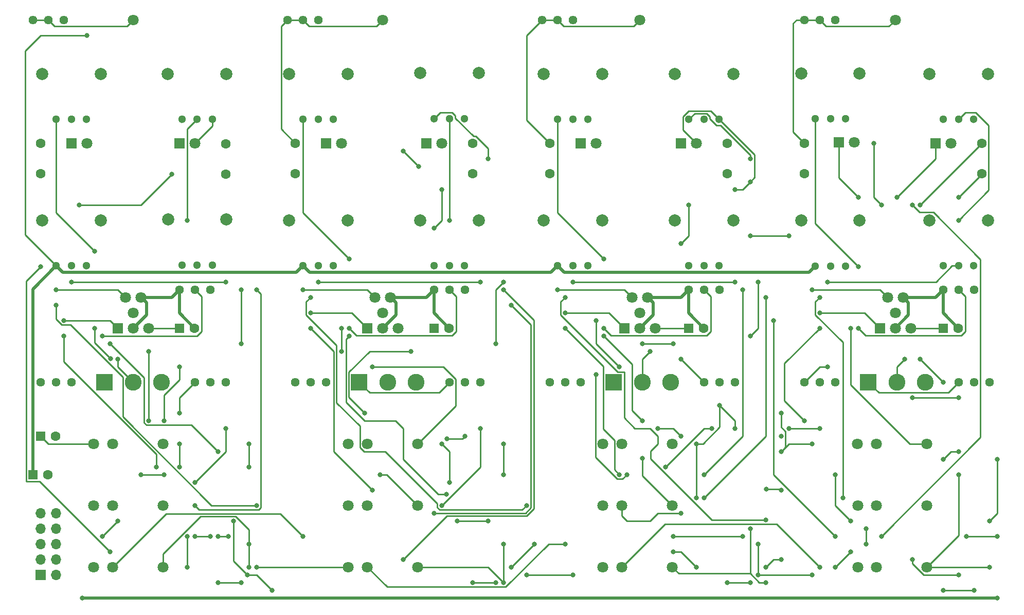
<source format=gtl>
G04 #@! TF.GenerationSoftware,KiCad,Pcbnew,(5.1.6-0-10_14)*
G04 #@! TF.CreationDate,2022-01-03T23:35:25+00:00*
G04 #@! TF.ProjectId,Quad Tube VCA,51756164-2054-4756-9265-205643412e6b,rev?*
G04 #@! TF.SameCoordinates,Original*
G04 #@! TF.FileFunction,Copper,L1,Top*
G04 #@! TF.FilePolarity,Positive*
%FSLAX46Y46*%
G04 Gerber Fmt 4.6, Leading zero omitted, Abs format (unit mm)*
G04 Created by KiCad (PCBNEW (5.1.6-0-10_14)) date 2022-01-03 23:35:25*
%MOMM*%
%LPD*%
G01*
G04 APERTURE LIST*
G04 #@! TA.AperFunction,ComponentPad*
%ADD10C,1.600000*%
G04 #@! TD*
G04 #@! TA.AperFunction,ComponentPad*
%ADD11R,1.600000X1.600000*%
G04 #@! TD*
G04 #@! TA.AperFunction,ComponentPad*
%ADD12C,1.800000*%
G04 #@! TD*
G04 #@! TA.AperFunction,ComponentPad*
%ADD13R,1.800000X1.800000*%
G04 #@! TD*
G04 #@! TA.AperFunction,ComponentPad*
%ADD14C,2.775000*%
G04 #@! TD*
G04 #@! TA.AperFunction,ComponentPad*
%ADD15R,2.775000X2.775000*%
G04 #@! TD*
G04 #@! TA.AperFunction,ComponentPad*
%ADD16C,2.000000*%
G04 #@! TD*
G04 #@! TA.AperFunction,ComponentPad*
%ADD17C,1.300000*%
G04 #@! TD*
G04 #@! TA.AperFunction,ComponentPad*
%ADD18C,1.440000*%
G04 #@! TD*
G04 #@! TA.AperFunction,ComponentPad*
%ADD19O,1.700000X1.700000*%
G04 #@! TD*
G04 #@! TA.AperFunction,ComponentPad*
%ADD20R,1.700000X1.700000*%
G04 #@! TD*
G04 #@! TA.AperFunction,ViaPad*
%ADD21C,0.800000*%
G04 #@! TD*
G04 #@! TA.AperFunction,Conductor*
%ADD22C,0.250000*%
G04 #@! TD*
G04 #@! TA.AperFunction,Conductor*
%ADD23C,0.500000*%
G04 #@! TD*
G04 APERTURE END LIST*
D10*
X220940000Y-99060000D03*
D11*
X218440000Y-99060000D03*
D10*
X179030000Y-99060000D03*
D11*
X176530000Y-99060000D03*
D10*
X137120000Y-99060000D03*
D11*
X134620000Y-99060000D03*
D10*
X95210000Y-99060000D03*
D11*
X92710000Y-99060000D03*
D10*
X72350000Y-116840000D03*
D11*
X69850000Y-116840000D03*
D10*
X71080000Y-123190000D03*
D11*
X68580000Y-123190000D03*
D12*
X126153333Y-48260000D03*
X126153333Y-96520000D03*
X124883333Y-93980000D03*
X127423333Y-93980000D03*
X128693333Y-99060000D03*
X126153333Y-99060000D03*
D13*
X123613333Y-99060000D03*
D12*
X85090000Y-48260000D03*
X85090000Y-96520000D03*
X83820000Y-93980000D03*
X86360000Y-93980000D03*
X87630000Y-99060000D03*
X85090000Y-99060000D03*
D13*
X82550000Y-99060000D03*
D12*
X210550000Y-48260000D03*
X210550000Y-96520000D03*
X209280000Y-93980000D03*
X211820000Y-93980000D03*
X213090000Y-99060000D03*
X210550000Y-99060000D03*
D13*
X208010000Y-99060000D03*
D12*
X168486666Y-48260000D03*
X168486666Y-96520000D03*
X167216666Y-93980000D03*
X169756666Y-93980000D03*
X171026666Y-99060000D03*
X168486666Y-99060000D03*
D13*
X165946666Y-99060000D03*
D14*
X215520000Y-107950000D03*
X210820000Y-107950000D03*
D15*
X206120000Y-107950000D03*
D14*
X173610000Y-107950000D03*
X168910000Y-107950000D03*
D15*
X164210000Y-107950000D03*
D14*
X131700000Y-107950000D03*
X127000000Y-107950000D03*
D15*
X122300000Y-107950000D03*
D14*
X89790000Y-107950000D03*
X85090000Y-107950000D03*
D15*
X80390000Y-107950000D03*
D16*
X204680000Y-57070000D03*
X195080000Y-57070000D03*
D17*
X202380000Y-64570000D03*
X199880000Y-64570000D03*
X197380000Y-64570000D03*
D16*
X162280000Y-57150000D03*
X152680000Y-57150000D03*
D17*
X159980000Y-64650000D03*
X157480000Y-64650000D03*
X154980000Y-64650000D03*
D16*
X120370000Y-57150000D03*
X110770000Y-57150000D03*
D17*
X118070000Y-64650000D03*
X115570000Y-64650000D03*
X113070000Y-64650000D03*
D16*
X79730000Y-57150000D03*
X70130000Y-57150000D03*
D17*
X77430000Y-64650000D03*
X74930000Y-64650000D03*
X72430000Y-64650000D03*
D16*
X204680000Y-81320000D03*
X195080000Y-81320000D03*
D17*
X202380000Y-88820000D03*
X199880000Y-88820000D03*
X197380000Y-88820000D03*
D16*
X162280000Y-81280000D03*
X152680000Y-81280000D03*
D17*
X159980000Y-88780000D03*
X157480000Y-88780000D03*
X154980000Y-88780000D03*
D16*
X120370000Y-81280000D03*
X110770000Y-81280000D03*
D17*
X118070000Y-88780000D03*
X115570000Y-88780000D03*
X113070000Y-88780000D03*
D16*
X79730000Y-81280000D03*
X70130000Y-81280000D03*
D17*
X77430000Y-88780000D03*
X74930000Y-88780000D03*
X72430000Y-88780000D03*
D16*
X225780000Y-57150000D03*
X216180000Y-57150000D03*
D17*
X223480000Y-64650000D03*
X220980000Y-64650000D03*
X218480000Y-64650000D03*
D16*
X183870000Y-57150000D03*
X174270000Y-57150000D03*
D17*
X181570000Y-64650000D03*
X179070000Y-64650000D03*
X176570000Y-64650000D03*
D16*
X141960000Y-57030000D03*
X132360000Y-57030000D03*
D17*
X139660000Y-64530000D03*
X137160000Y-64530000D03*
X134660000Y-64530000D03*
D16*
X100410000Y-57130000D03*
X90810000Y-57130000D03*
D17*
X98110000Y-64630000D03*
X95610000Y-64630000D03*
X93110000Y-64630000D03*
D16*
X225780000Y-81280000D03*
X216180000Y-81280000D03*
D17*
X223480000Y-88780000D03*
X220980000Y-88780000D03*
X218480000Y-88780000D03*
D16*
X183870000Y-81280000D03*
X174270000Y-81280000D03*
D17*
X181570000Y-88780000D03*
X179070000Y-88780000D03*
X176570000Y-88780000D03*
D16*
X141960000Y-81280000D03*
X132360000Y-81280000D03*
D17*
X139660000Y-88780000D03*
X137160000Y-88780000D03*
X134660000Y-88780000D03*
D16*
X100431000Y-81153000D03*
X90831000Y-81153000D03*
D17*
X98131000Y-88653000D03*
X95631000Y-88653000D03*
X93131000Y-88653000D03*
D12*
X215770000Y-138430000D03*
X204370000Y-138430000D03*
X207470000Y-138430000D03*
X173830000Y-138430000D03*
X162430000Y-138430000D03*
X165530000Y-138430000D03*
X131920000Y-138430000D03*
X120520000Y-138430000D03*
X123620000Y-138430000D03*
X90010000Y-138430000D03*
X78610000Y-138430000D03*
X81710000Y-138430000D03*
X215740000Y-118110000D03*
X204340000Y-118110000D03*
X207440000Y-118110000D03*
X173830000Y-118110000D03*
X162430000Y-118110000D03*
X165530000Y-118110000D03*
X131920000Y-118110000D03*
X120520000Y-118110000D03*
X123620000Y-118110000D03*
X90010000Y-118110000D03*
X78610000Y-118110000D03*
X81710000Y-118110000D03*
X215770000Y-128270000D03*
X204370000Y-128270000D03*
X207470000Y-128270000D03*
X173830000Y-128270000D03*
X162430000Y-128270000D03*
X165530000Y-128270000D03*
X131920000Y-128270000D03*
X120520000Y-128270000D03*
X123620000Y-128270000D03*
X90010000Y-128270000D03*
X78610000Y-128270000D03*
X81710000Y-128270000D03*
D18*
X195580000Y-48260000D03*
X198120000Y-48260000D03*
X200660000Y-48260000D03*
X152400000Y-48260000D03*
X154940000Y-48260000D03*
X157480000Y-48260000D03*
X110490000Y-48260000D03*
X113030000Y-48260000D03*
X115570000Y-48260000D03*
X68580000Y-48260000D03*
X71120000Y-48260000D03*
X73660000Y-48260000D03*
X220980000Y-107950000D03*
X223520000Y-107950000D03*
X226060000Y-107950000D03*
X179070000Y-107950000D03*
X181610000Y-107950000D03*
X184150000Y-107950000D03*
X137160000Y-107950000D03*
X139700000Y-107950000D03*
X142240000Y-107950000D03*
X95250000Y-107950000D03*
X97790000Y-107950000D03*
X100330000Y-107950000D03*
X218440000Y-92710000D03*
X220980000Y-92710000D03*
X223520000Y-92710000D03*
X176530000Y-92710000D03*
X179070000Y-92710000D03*
X181610000Y-92710000D03*
X134620000Y-92710000D03*
X137160000Y-92710000D03*
X139700000Y-92710000D03*
X92710000Y-92710000D03*
X95250000Y-92710000D03*
X97790000Y-92710000D03*
X195580000Y-107950000D03*
X198120000Y-107950000D03*
X200660000Y-107950000D03*
X153670000Y-107950000D03*
X156210000Y-107950000D03*
X158750000Y-107950000D03*
X111760000Y-107950000D03*
X114300000Y-107950000D03*
X116840000Y-107950000D03*
X69850000Y-107950000D03*
X72390000Y-107950000D03*
X74930000Y-107950000D03*
D19*
X72390000Y-129540000D03*
X69850000Y-129540000D03*
X72390000Y-132080000D03*
X69850000Y-132080000D03*
X72390000Y-134620000D03*
X69850000Y-134620000D03*
X72390000Y-137160000D03*
X69850000Y-137160000D03*
X72390000Y-139700000D03*
D20*
X69850000Y-139700000D03*
D12*
X219710000Y-68580000D03*
D13*
X217170000Y-68580000D03*
D12*
X203790000Y-68460000D03*
D13*
X201250000Y-68460000D03*
D12*
X177800000Y-68580000D03*
D13*
X175260000Y-68580000D03*
D12*
X161290000Y-68580000D03*
D13*
X158750000Y-68580000D03*
D12*
X135890000Y-68580000D03*
D13*
X133350000Y-68580000D03*
D12*
X119380000Y-68580000D03*
D13*
X116840000Y-68580000D03*
D12*
X95250000Y-68580000D03*
D13*
X92710000Y-68580000D03*
D12*
X77470000Y-68580000D03*
D13*
X74930000Y-68580000D03*
D10*
X224790000Y-73580000D03*
X224790000Y-68580000D03*
X195580000Y-73580000D03*
X195580000Y-68580000D03*
X182880000Y-73580000D03*
X182880000Y-68580000D03*
X153670000Y-73580000D03*
X153670000Y-68580000D03*
X140970000Y-73580000D03*
X140970000Y-68580000D03*
X111760000Y-73580000D03*
X111760000Y-68580000D03*
X100330000Y-68660000D03*
X100330000Y-73660000D03*
X69850000Y-73580000D03*
X69850000Y-68580000D03*
D21*
X93980000Y-133350000D03*
X93980000Y-138430000D03*
X105410000Y-92710000D03*
X95250000Y-128270000D03*
X81280000Y-135890000D03*
X69850000Y-88900000D03*
X76200000Y-78740000D03*
X91440000Y-73660000D03*
X177800000Y-118110000D03*
X181610000Y-111760000D03*
X99060000Y-140970000D03*
X102870000Y-140970000D03*
X105410000Y-138430000D03*
X140970000Y-140970000D03*
X144780000Y-140970000D03*
X147320000Y-138430000D03*
X151130000Y-134620000D03*
X182880000Y-140970000D03*
X186690000Y-140970000D03*
X189230000Y-138430000D03*
X191770000Y-137160000D03*
X223520000Y-142240000D03*
X218440000Y-142240000D03*
X222250000Y-133350000D03*
X227344703Y-133365603D03*
X184150000Y-115570000D03*
X80010000Y-133350000D03*
X82550000Y-130810000D03*
X92710000Y-121920000D03*
X92710000Y-118110000D03*
X104140000Y-118110000D03*
X104140000Y-121920000D03*
X90170000Y-123190000D03*
X86360000Y-123190000D03*
X95250000Y-133350000D03*
X97790000Y-133350000D03*
X136740009Y-117259991D03*
X139700000Y-116840000D03*
X146050000Y-118110000D03*
X146050000Y-123190000D03*
X175260000Y-116840000D03*
X171450000Y-115570000D03*
X177800000Y-127000000D03*
X175260000Y-129540000D03*
X191770000Y-119380000D03*
X196850000Y-118110000D03*
X191770000Y-113030000D03*
X203200000Y-130810000D03*
X200660000Y-123190000D03*
X205740000Y-132080000D03*
X205740000Y-134620000D03*
X218440000Y-120650000D03*
X220980000Y-119380000D03*
X186690000Y-83820000D03*
X193040000Y-83820000D03*
X186690000Y-74930000D03*
X184150000Y-76200000D03*
X208280000Y-78740000D03*
X207010000Y-68580000D03*
X213360000Y-110490000D03*
X220980000Y-110490000D03*
X132080000Y-72390000D03*
X129540000Y-69850000D03*
X227330000Y-143510000D03*
X76682500Y-143510000D03*
X77470000Y-50800000D03*
X107950000Y-142240000D03*
X103897500Y-139700000D03*
X101600000Y-130810000D03*
X81280000Y-101600000D03*
X99060000Y-119380000D03*
X99060000Y-133350000D03*
X100774990Y-133350000D03*
X82550000Y-104140000D03*
X72390000Y-95250000D03*
X105410000Y-128270000D03*
X73660000Y-100330000D03*
X88900000Y-121920000D03*
X95250000Y-124460000D03*
X100330000Y-115570000D03*
X147320000Y-95250000D03*
X134620000Y-129540000D03*
X129540000Y-137160000D03*
X146050000Y-92710000D03*
X149860000Y-139700000D03*
X157480000Y-139700000D03*
X120650000Y-100330000D03*
X136679761Y-126454933D03*
X138430000Y-130810000D03*
X143510000Y-130810000D03*
X134620000Y-82550000D03*
X135890000Y-76200000D03*
X114300000Y-93980000D03*
X149860000Y-128270000D03*
X137160000Y-124460000D03*
X135890000Y-118110000D03*
X114300000Y-99060000D03*
X124460000Y-125730000D03*
X142240000Y-115570000D03*
X135890000Y-128270000D03*
X189230000Y-93980000D03*
X179070000Y-127000000D03*
X177800000Y-138430000D03*
X173990000Y-135890000D03*
X166370000Y-123190000D03*
X161290000Y-106680000D03*
X168910000Y-101600000D03*
X173990000Y-101600000D03*
X175260000Y-85090000D03*
X176530000Y-78740000D03*
X187960000Y-134620000D03*
X187960000Y-139700000D03*
X196850000Y-139700000D03*
X162560000Y-100330000D03*
X168910000Y-114300000D03*
X173990000Y-133350000D03*
X185420000Y-133350000D03*
X170180000Y-102870000D03*
X156210000Y-93980000D03*
X189230000Y-130629999D03*
X189348903Y-125611097D03*
X191770000Y-125730000D03*
X156210000Y-99060000D03*
X165100000Y-123190000D03*
X180340000Y-115570000D03*
X172720000Y-121920000D03*
X203200000Y-135890000D03*
X200660000Y-138430000D03*
X190500000Y-97790000D03*
X200660000Y-133350000D03*
X220980000Y-139700000D03*
X213360000Y-137160000D03*
X208280000Y-133350000D03*
X213360000Y-78740000D03*
X226060000Y-130810000D03*
X227330000Y-120650000D03*
X212090000Y-104140000D03*
X220980000Y-77470000D03*
X214630000Y-78740000D03*
X198120000Y-93980000D03*
X201930000Y-127000000D03*
X198120000Y-99060000D03*
X195580000Y-114300000D03*
X191770000Y-116840000D03*
X193040000Y-115570000D03*
X198120000Y-115570000D03*
X73660000Y-97790000D03*
X114300000Y-96520000D03*
X156210000Y-96520000D03*
X204470000Y-77470000D03*
X210820000Y-77470000D03*
X198120000Y-96520000D03*
X74930000Y-91440000D03*
X100330000Y-91440000D03*
X92710000Y-105410000D03*
X90170000Y-114300000D03*
X115570000Y-91440000D03*
X142240000Y-91440000D03*
X125730000Y-123190000D03*
X157480000Y-91440000D03*
X184150000Y-91440000D03*
X168910000Y-120469999D03*
X199390000Y-91440000D03*
X214630000Y-104140000D03*
X218440000Y-107950000D03*
X87630000Y-114300000D03*
X87630000Y-102870000D03*
X93980000Y-81280000D03*
X102870000Y-101600000D03*
X102870000Y-92710000D03*
X123190000Y-113030000D03*
X130810000Y-102870000D03*
X137160000Y-81280000D03*
X144780000Y-101600000D03*
X146050000Y-91440000D03*
X143510000Y-71120000D03*
X179070000Y-123190000D03*
X185420000Y-92710000D03*
X186690000Y-100330000D03*
X187960000Y-91440000D03*
X186690000Y-71120000D03*
X220980000Y-81280000D03*
X78740000Y-86360000D03*
X78740000Y-99060000D03*
X81347403Y-104072597D03*
X120650000Y-87630000D03*
X119380000Y-99060000D03*
X119380000Y-102870000D03*
X124460000Y-105410000D03*
X162560000Y-87630000D03*
X161290000Y-97790000D03*
X165100000Y-105410000D03*
X204470000Y-88900000D03*
X203200000Y-99060000D03*
X104140000Y-138430000D03*
X104140000Y-134620000D03*
X80010000Y-100330000D03*
X72390000Y-92710000D03*
X146050000Y-134620000D03*
X146050000Y-140970000D03*
X120650000Y-99060000D03*
X113030000Y-92710000D03*
X189230000Y-140970000D03*
X186690000Y-132080000D03*
X162560000Y-99060000D03*
X154940000Y-92710000D03*
X220980000Y-123190000D03*
X226060000Y-138430000D03*
X204470000Y-99060000D03*
X196850000Y-92710000D03*
X113030000Y-133350000D03*
X156210000Y-134620000D03*
X198120000Y-138430000D03*
X92710000Y-113030000D03*
X175260000Y-104140000D03*
X199390000Y-105410000D03*
D22*
X93980000Y-133350000D02*
X93980000Y-138430000D01*
X95975001Y-128995001D02*
X95250000Y-128270000D01*
X105758001Y-128995001D02*
X95975001Y-128995001D01*
X106135001Y-128618001D02*
X105758001Y-128995001D01*
X106135001Y-93435001D02*
X106135001Y-128618001D01*
X105410000Y-92710000D02*
X106135001Y-93435001D01*
X67454999Y-91295001D02*
X69850000Y-88900000D01*
X67454999Y-124250001D02*
X67454999Y-91295001D01*
X67519999Y-124315001D02*
X67454999Y-124250001D01*
X69705001Y-124315001D02*
X67519999Y-124315001D01*
X81280000Y-135890000D02*
X69705001Y-124315001D01*
X86360000Y-78740000D02*
X91440000Y-73660000D01*
X76200000Y-78740000D02*
X86360000Y-78740000D01*
X181610000Y-115373002D02*
X181610000Y-111760000D01*
X178873002Y-118110000D02*
X181610000Y-115373002D01*
X177800000Y-118110000D02*
X178873002Y-118110000D01*
X71120000Y-118110000D02*
X78610000Y-118110000D01*
X69850000Y-116840000D02*
X71120000Y-118110000D01*
X99060000Y-140970000D02*
X102870000Y-140970000D01*
X120520000Y-138430000D02*
X105410000Y-138430000D01*
X140970000Y-140970000D02*
X144780000Y-140970000D01*
X147320000Y-138430000D02*
X151130000Y-134620000D01*
X186690000Y-140970000D02*
X182880000Y-140970000D01*
X190500000Y-137160000D02*
X189230000Y-138430000D01*
X191770000Y-137160000D02*
X190500000Y-137160000D01*
X223520000Y-142240000D02*
X218440000Y-142240000D01*
X227329100Y-133350000D02*
X227344703Y-133365603D01*
X222250000Y-133350000D02*
X227329100Y-133350000D01*
X184150000Y-114300000D02*
X181610000Y-111760000D01*
X184150000Y-115570000D02*
X184150000Y-114300000D01*
X98110000Y-65720000D02*
X95250000Y-68580000D01*
X98110000Y-64630000D02*
X98110000Y-65720000D01*
X82550000Y-130810000D02*
X80010000Y-133350000D01*
X92710000Y-118110000D02*
X92710000Y-121920000D01*
X104140000Y-121920000D02*
X104140000Y-118110000D01*
X86360000Y-123190000D02*
X90170000Y-123190000D01*
X97790000Y-133350000D02*
X95250000Y-133350000D01*
X139280009Y-117259991D02*
X139700000Y-116840000D01*
X136740009Y-117259991D02*
X139280009Y-117259991D01*
X146050000Y-118110000D02*
X146050000Y-123190000D01*
X173990000Y-115570000D02*
X175260000Y-116840000D01*
X171450000Y-115570000D02*
X173990000Y-115570000D01*
X177800000Y-118110000D02*
X177800000Y-127000000D01*
X193040000Y-118110000D02*
X191770000Y-119380000D01*
X196850000Y-118110000D02*
X193040000Y-118110000D01*
X191770000Y-115373002D02*
X191770000Y-113030000D01*
X192495001Y-116098003D02*
X191770000Y-115373002D01*
X192495001Y-118654999D02*
X192495001Y-116098003D01*
X191770000Y-119380000D02*
X192495001Y-118654999D01*
X200660000Y-128270000D02*
X203200000Y-130810000D01*
X200660000Y-123190000D02*
X200660000Y-128270000D01*
X205740000Y-134620000D02*
X205740000Y-132080000D01*
X219710000Y-119380000D02*
X218440000Y-120650000D01*
X220980000Y-119380000D02*
X219710000Y-119380000D01*
X87630000Y-99060000D02*
X92710000Y-99060000D01*
X186690000Y-83820000D02*
X193040000Y-83820000D01*
X176552008Y-63224990D02*
X175594999Y-64181999D01*
X180144990Y-63224990D02*
X176552008Y-63224990D01*
X175594999Y-66374999D02*
X177800000Y-68580000D01*
X175594999Y-64181999D02*
X175594999Y-66374999D01*
X181570000Y-64650000D02*
X180144990Y-63224990D01*
X187415001Y-74204999D02*
X186690000Y-74930000D01*
X187415001Y-70495001D02*
X187415001Y-74204999D01*
X181570000Y-64650000D02*
X187415001Y-70495001D01*
X185420000Y-76200000D02*
X186690000Y-74930000D01*
X184150000Y-76200000D02*
X185420000Y-76200000D01*
X176530000Y-99060000D02*
X171026666Y-99060000D01*
X207010000Y-77470000D02*
X208280000Y-78740000D01*
X207010000Y-68580000D02*
X207010000Y-77470000D01*
X213090000Y-99060000D02*
X218440000Y-99060000D01*
X220980000Y-110490000D02*
X213360000Y-110490000D01*
X129540000Y-69850000D02*
X132080000Y-72390000D01*
X165530000Y-129970000D02*
X165530000Y-128270000D01*
X166370000Y-130810000D02*
X165530000Y-129970000D01*
X170180000Y-130810000D02*
X166370000Y-130810000D01*
X171450000Y-129540000D02*
X170180000Y-130810000D01*
X175260000Y-129540000D02*
X171450000Y-129540000D01*
D23*
X227330000Y-143510000D02*
X76682500Y-143510000D01*
X68580000Y-92630000D02*
X72430000Y-88780000D01*
X68580000Y-123190000D02*
X68580000Y-92630000D01*
X111969999Y-89880001D02*
X113070000Y-88780000D01*
X73530001Y-89880001D02*
X111969999Y-89880001D01*
X72430000Y-88780000D02*
X73530001Y-89880001D01*
X153879999Y-89880001D02*
X154980000Y-88780000D01*
X114170001Y-89880001D02*
X153879999Y-89880001D01*
X113070000Y-88780000D02*
X114170001Y-89880001D01*
X196319999Y-89880001D02*
X197380000Y-88820000D01*
X156080001Y-89880001D02*
X196319999Y-89880001D01*
X154980000Y-88780000D02*
X156080001Y-89880001D01*
D22*
X72430000Y-88780000D02*
X67310000Y-83660000D01*
X67310000Y-83660000D02*
X67310000Y-53340000D01*
X67310000Y-53340000D02*
X69850000Y-50800000D01*
X69850000Y-50800000D02*
X77470000Y-50800000D01*
D23*
X87259999Y-94879999D02*
X86360000Y-93980000D01*
X87259999Y-96890001D02*
X87259999Y-94879999D01*
X85090000Y-99060000D02*
X87259999Y-96890001D01*
X128323332Y-94879999D02*
X127423333Y-93980000D01*
X128323332Y-96890001D02*
X128323332Y-94879999D01*
X126153333Y-99060000D02*
X128323332Y-96890001D01*
X170656665Y-94879999D02*
X169756666Y-93980000D01*
X170656665Y-96890001D02*
X170656665Y-94879999D01*
X168486666Y-99060000D02*
X170656665Y-96890001D01*
X212719999Y-94879999D02*
X211820000Y-93980000D01*
X212719999Y-96890001D02*
X212719999Y-94879999D01*
X210550000Y-99060000D02*
X212719999Y-96890001D01*
X217170000Y-93980000D02*
X218440000Y-92710000D01*
X211820000Y-93980000D02*
X217170000Y-93980000D01*
X218440000Y-96560000D02*
X220940000Y-99060000D01*
X218440000Y-92710000D02*
X218440000Y-96560000D01*
X175260000Y-93980000D02*
X176530000Y-92710000D01*
X169756666Y-93980000D02*
X175260000Y-93980000D01*
X176530000Y-96560000D02*
X179030000Y-99060000D01*
X176530000Y-92710000D02*
X176530000Y-96560000D01*
X133350000Y-93980000D02*
X134620000Y-92710000D01*
X127423333Y-93980000D02*
X133350000Y-93980000D01*
X134620000Y-96560000D02*
X137120000Y-99060000D01*
X134620000Y-92710000D02*
X134620000Y-96560000D01*
X91440000Y-93980000D02*
X92710000Y-92710000D01*
X86360000Y-93980000D02*
X91440000Y-93980000D01*
X92710000Y-96560000D02*
X95210000Y-99060000D01*
X92710000Y-92710000D02*
X92710000Y-96560000D01*
D22*
X105410000Y-139700000D02*
X103897500Y-139700000D01*
X107950000Y-142240000D02*
X105410000Y-139700000D01*
X101600000Y-137402500D02*
X101600000Y-130810000D01*
X103897500Y-139700000D02*
X101600000Y-137402500D01*
X94705001Y-115025001D02*
X99060000Y-119380000D01*
X87281999Y-115025001D02*
X94705001Y-115025001D01*
X86904999Y-114648001D02*
X87281999Y-115025001D01*
X86904999Y-107224999D02*
X86904999Y-114648001D01*
X81280000Y-101600000D02*
X86904999Y-107224999D01*
X99060000Y-133350000D02*
X100774990Y-133350000D01*
X68580000Y-48260000D02*
X71120000Y-48260000D01*
X84044999Y-49305001D02*
X85090000Y-48260000D01*
X72165001Y-49305001D02*
X84044999Y-49305001D01*
X71120000Y-48260000D02*
X72165001Y-49305001D01*
X82550000Y-105410000D02*
X82550000Y-104140000D01*
X85090000Y-107950000D02*
X82550000Y-105410000D01*
X97986998Y-128270000D02*
X105410000Y-128270000D01*
X72390000Y-97593002D02*
X73311999Y-98515001D01*
X83377499Y-107127999D02*
X83377499Y-113660501D01*
X83377499Y-113660501D02*
X97986998Y-128270000D01*
X74764501Y-98515001D02*
X83377499Y-107127999D01*
X73311999Y-98515001D02*
X74764501Y-98515001D01*
X72390000Y-95250000D02*
X72390000Y-97593002D01*
X88900000Y-119819412D02*
X88900000Y-121920000D01*
X73660000Y-104579412D02*
X88900000Y-119819412D01*
X73660000Y-100330000D02*
X73660000Y-104579412D01*
X100330000Y-119380000D02*
X100330000Y-115570000D01*
X95250000Y-124460000D02*
X100330000Y-119380000D01*
X149663002Y-129540000D02*
X134620000Y-129540000D01*
X150585001Y-128618001D02*
X149663002Y-129540000D01*
X150585001Y-98515001D02*
X150585001Y-128618001D01*
X147320000Y-95250000D02*
X150585001Y-98515001D01*
X151035011Y-97695011D02*
X146050000Y-92710000D01*
X129540000Y-137160000D02*
X136709990Y-129990010D01*
X151035011Y-128804401D02*
X151035011Y-97695011D01*
X149849403Y-129990009D02*
X151035011Y-128804401D01*
X136709990Y-129990010D02*
X149849403Y-129990009D01*
X149860000Y-139700000D02*
X157480000Y-139700000D01*
X138430000Y-130810000D02*
X143510000Y-130810000D01*
X129540000Y-120685552D02*
X135309381Y-126454933D01*
X129540000Y-115570000D02*
X129540000Y-120685552D01*
X120137489Y-100842511D02*
X120137489Y-111283041D01*
X128287776Y-114317776D02*
X129540000Y-115570000D01*
X135309381Y-126454933D02*
X136679761Y-126454933D01*
X123172224Y-114317776D02*
X128287776Y-114317776D01*
X120137489Y-111283041D02*
X123172224Y-114317776D01*
X120650000Y-100330000D02*
X120137489Y-100842511D01*
X110490000Y-48260000D02*
X113030000Y-48260000D01*
X125108332Y-49305001D02*
X126153333Y-48260000D01*
X114075001Y-49305001D02*
X125108332Y-49305001D01*
X113030000Y-48260000D02*
X114075001Y-49305001D01*
X109444999Y-66264999D02*
X111760000Y-68580000D01*
X109444999Y-49305001D02*
X109444999Y-66264999D01*
X110490000Y-48260000D02*
X109444999Y-49305001D01*
X135890000Y-81280000D02*
X135890000Y-76200000D01*
X134620000Y-82550000D02*
X135890000Y-81280000D01*
X135541999Y-128995001D02*
X149134999Y-128995001D01*
X149134999Y-128995001D02*
X149860000Y-128270000D01*
X118560010Y-101853012D02*
X118560010Y-111317010D01*
X123076998Y-119380000D02*
X126623000Y-119380000D01*
X135164999Y-127921999D02*
X135164999Y-128618001D01*
X126623000Y-119380000D02*
X135164999Y-127921999D01*
X122394999Y-118698001D02*
X123076998Y-119380000D01*
X122394999Y-115151999D02*
X122394999Y-118698001D01*
X135164999Y-128618001D02*
X135541999Y-128995001D01*
X114300000Y-93980000D02*
X113574999Y-94705001D01*
X118560010Y-111317010D02*
X122394999Y-115151999D01*
X113574999Y-96868001D02*
X118560010Y-101853012D01*
X113574999Y-94705001D02*
X113574999Y-96868001D01*
X137160000Y-119380000D02*
X135890000Y-118110000D01*
X137160000Y-124460000D02*
X137160000Y-119380000D01*
X118110000Y-119380000D02*
X124460000Y-125730000D01*
X118110000Y-102870000D02*
X118110000Y-119380000D01*
X114300000Y-99060000D02*
X118110000Y-102870000D01*
X142240000Y-121920000D02*
X135890000Y-128270000D01*
X142240000Y-115570000D02*
X142240000Y-121920000D01*
X189230000Y-116840000D02*
X179070000Y-127000000D01*
X189230000Y-93980000D02*
X189230000Y-116840000D01*
X177800000Y-138430000D02*
X175260000Y-135890000D01*
X175260000Y-135890000D02*
X173990000Y-135890000D01*
X161204999Y-120368001D02*
X161204999Y-106765001D01*
X164751999Y-123915001D02*
X161204999Y-120368001D01*
X166370000Y-123190000D02*
X165644999Y-123915001D01*
X165644999Y-123915001D02*
X164751999Y-123915001D01*
X161204999Y-106765001D02*
X161290000Y-106680000D01*
X168910000Y-101600000D02*
X173990000Y-101600000D01*
X176530000Y-83820000D02*
X176530000Y-78740000D01*
X175260000Y-85090000D02*
X176530000Y-83820000D01*
X187960000Y-134620000D02*
X187960000Y-139700000D01*
X187960000Y-139700000D02*
X196850000Y-139700000D01*
X173990000Y-133350000D02*
X185420000Y-133350000D01*
X167197499Y-112587499D02*
X168910000Y-114300000D01*
X167197499Y-104967499D02*
X167197499Y-112587499D01*
X162560000Y-100330000D02*
X167197499Y-104967499D01*
X152400000Y-48260000D02*
X154940000Y-48260000D01*
X167441665Y-49305001D02*
X168486666Y-48260000D01*
X155985001Y-49305001D02*
X167441665Y-49305001D01*
X154940000Y-48260000D02*
X155985001Y-49305001D01*
X152400000Y-48260000D02*
X149860000Y-50800000D01*
X149860000Y-50800000D02*
X149860000Y-64770000D01*
X149860000Y-64770000D02*
X153670000Y-68580000D01*
X168910000Y-104140000D02*
X168910000Y-107950000D01*
X170180000Y-102870000D02*
X168910000Y-104140000D01*
X170278499Y-119281501D02*
X170278499Y-120551501D01*
X180356997Y-130629999D02*
X189230000Y-130629999D01*
X171450000Y-118110000D02*
X170278499Y-119281501D01*
X171450000Y-116840000D02*
X171450000Y-118110000D01*
X167640000Y-115570000D02*
X170180000Y-115570000D01*
X165922501Y-113852501D02*
X167640000Y-115570000D01*
X165922501Y-106302499D02*
X165922501Y-113852501D01*
X155484999Y-96884998D02*
X164837500Y-106237499D01*
X164837500Y-106237499D02*
X165857501Y-106237499D01*
X170278499Y-120551501D02*
X180356997Y-130629999D01*
X156210000Y-93980000D02*
X155484999Y-94705001D01*
X170180000Y-115570000D02*
X171450000Y-116840000D01*
X155484999Y-94705001D02*
X155484999Y-96884998D01*
X165857501Y-106237499D02*
X165922501Y-106302499D01*
X191651097Y-125611097D02*
X191770000Y-125730000D01*
X189348903Y-125611097D02*
X191651097Y-125611097D01*
X164304999Y-117521999D02*
X164304999Y-122394999D01*
X162497499Y-115714499D02*
X164304999Y-117521999D01*
X164304999Y-122394999D02*
X165100000Y-123190000D01*
X162497499Y-105347499D02*
X162497499Y-115714499D01*
X156210000Y-99060000D02*
X162497499Y-105347499D01*
X179070000Y-115570000D02*
X172720000Y-121920000D01*
X180340000Y-115570000D02*
X179070000Y-115570000D01*
X203200000Y-135890000D02*
X200660000Y-138430000D01*
X190500000Y-97790000D02*
X190500000Y-123190000D01*
X190500000Y-123190000D02*
X200660000Y-133350000D01*
X213360000Y-137833002D02*
X213360000Y-137160000D01*
X215226998Y-139700000D02*
X213360000Y-137833002D01*
X220980000Y-139700000D02*
X215226998Y-139700000D01*
X214574999Y-79954999D02*
X213360000Y-78740000D01*
X216816001Y-79954999D02*
X214574999Y-79954999D01*
X224565001Y-87703999D02*
X216816001Y-79954999D01*
X224565001Y-117064999D02*
X224565001Y-87703999D01*
X208280000Y-133350000D02*
X224565001Y-117064999D01*
X227330000Y-129540000D02*
X227330000Y-120650000D01*
X226060000Y-130810000D02*
X227330000Y-129540000D01*
X195580000Y-48260000D02*
X198120000Y-48260000D01*
X199165001Y-49305001D02*
X209504999Y-49305001D01*
X209504999Y-49305001D02*
X210550000Y-48260000D01*
X198120000Y-48260000D02*
X199165001Y-49305001D01*
X195580000Y-48260000D02*
X194310000Y-48260000D01*
X193754999Y-66754999D02*
X195580000Y-68580000D01*
X193754999Y-48815001D02*
X193754999Y-66754999D01*
X194310000Y-48260000D02*
X193754999Y-48815001D01*
X210820000Y-105410000D02*
X210820000Y-107950000D01*
X212090000Y-104140000D02*
X210820000Y-105410000D01*
X224790000Y-73660000D02*
X224790000Y-73580000D01*
X220980000Y-77470000D02*
X224790000Y-73660000D01*
X214630000Y-78740000D02*
X224790000Y-68580000D01*
X201930000Y-101403002D02*
X201930000Y-127000000D01*
X197394999Y-96868001D02*
X201930000Y-101403002D01*
X197394999Y-94705001D02*
X197394999Y-96868001D01*
X198120000Y-93980000D02*
X197394999Y-94705001D01*
X192314999Y-104865001D02*
X192314999Y-111034999D01*
X192314999Y-111034999D02*
X195580000Y-114300000D01*
X198120000Y-99060000D02*
X192314999Y-104865001D01*
X193040000Y-115570000D02*
X198120000Y-115570000D01*
X81280000Y-97790000D02*
X82550000Y-99060000D01*
X73660000Y-97790000D02*
X81280000Y-97790000D01*
X121073333Y-96520000D02*
X123613333Y-99060000D01*
X114300000Y-96520000D02*
X121073333Y-96520000D01*
X163406666Y-96520000D02*
X165946666Y-99060000D01*
X163406666Y-96520000D02*
X156210000Y-96520000D01*
X201250000Y-74250000D02*
X201250000Y-68460000D01*
X204470000Y-77470000D02*
X201250000Y-74250000D01*
X217170000Y-71120000D02*
X217170000Y-68580000D01*
X210820000Y-77470000D02*
X217170000Y-71120000D01*
X205470000Y-96520000D02*
X208010000Y-99060000D01*
X205470000Y-96520000D02*
X198120000Y-96520000D01*
X74930000Y-91440000D02*
X100330000Y-91440000D01*
X90170000Y-110104502D02*
X90170000Y-114300000D01*
X92710000Y-107564502D02*
X90170000Y-110104502D01*
X92710000Y-105410000D02*
X92710000Y-107564502D01*
X115570000Y-91440000D02*
X142240000Y-91440000D01*
X126840000Y-123190000D02*
X131920000Y-128270000D01*
X125730000Y-123190000D02*
X126840000Y-123190000D01*
X157480000Y-91440000D02*
X184150000Y-91440000D01*
X168910000Y-123350000D02*
X173830000Y-128270000D01*
X168910000Y-120469999D02*
X168910000Y-123350000D01*
X219923002Y-88780000D02*
X220980000Y-88780000D01*
X217263002Y-91440000D02*
X219923002Y-88780000D01*
X199390000Y-91440000D02*
X217263002Y-91440000D01*
X214630000Y-104140000D02*
X218440000Y-107950000D01*
X87630000Y-114300000D02*
X87630000Y-102870000D01*
X93980000Y-66260000D02*
X95610000Y-64630000D01*
X93980000Y-81280000D02*
X93980000Y-66260000D01*
X102870000Y-101600000D02*
X102870000Y-92710000D01*
X120587499Y-106302499D02*
X124019998Y-102870000D01*
X120587499Y-110427499D02*
X120587499Y-106302499D01*
X124019998Y-102870000D02*
X130810000Y-102870000D01*
X123190000Y-113030000D02*
X120587499Y-110427499D01*
X137160000Y-81280000D02*
X137160000Y-64530000D01*
X144780000Y-92710000D02*
X146050000Y-91440000D01*
X144780000Y-101600000D02*
X144780000Y-92710000D01*
X137628001Y-63554999D02*
X135635001Y-63554999D01*
X138135001Y-64061999D02*
X137628001Y-63554999D01*
X138135001Y-64475001D02*
X138135001Y-64061999D01*
X135635001Y-63554999D02*
X134660000Y-64530000D01*
X141114999Y-67454999D02*
X138135001Y-64475001D01*
X141510001Y-67454999D02*
X141114999Y-67454999D01*
X143510000Y-69454998D02*
X141510001Y-67454999D01*
X143510000Y-71120000D02*
X143510000Y-69454998D01*
X185420000Y-116840000D02*
X185420000Y-92710000D01*
X179070000Y-123190000D02*
X185420000Y-116840000D01*
X187960000Y-99060000D02*
X187960000Y-91440000D01*
X186690000Y-100330000D02*
X187960000Y-99060000D01*
X177545001Y-63674999D02*
X176570000Y-64650000D01*
X179538001Y-63674999D02*
X177545001Y-63674999D01*
X180045001Y-64181999D02*
X179538001Y-63674999D01*
X180045001Y-64568003D02*
X180045001Y-64181999D01*
X181101999Y-65625001D02*
X180045001Y-64568003D01*
X186690000Y-70554315D02*
X181760686Y-65625001D01*
X181760686Y-65625001D02*
X181101999Y-65625001D01*
X186690000Y-71120000D02*
X186690000Y-70554315D01*
X222130000Y-63500000D02*
X220980000Y-64650000D01*
X225915001Y-65641999D02*
X223773002Y-63500000D01*
X225915001Y-76344999D02*
X225915001Y-65641999D01*
X223773002Y-63500000D02*
X222130000Y-63500000D01*
X220980000Y-81280000D02*
X225915001Y-76344999D01*
X72430000Y-80050000D02*
X78740000Y-86360000D01*
X72430000Y-64650000D02*
X72430000Y-80050000D01*
X78740000Y-101465194D02*
X81347403Y-104072597D01*
X78740000Y-99060000D02*
X78740000Y-101465194D01*
X113070000Y-80050000D02*
X120650000Y-87630000D01*
X113070000Y-64650000D02*
X113070000Y-80050000D01*
X119380000Y-99060000D02*
X119380000Y-102870000D01*
X138205001Y-111824999D02*
X131920000Y-118110000D01*
X138205001Y-107448399D02*
X138205001Y-111824999D01*
X136166602Y-105410000D02*
X138205001Y-107448399D01*
X124460000Y-105410000D02*
X136166602Y-105410000D01*
X154980000Y-80050000D02*
X162560000Y-87630000D01*
X154980000Y-64650000D02*
X154980000Y-80050000D01*
X161290000Y-101600000D02*
X165100000Y-105410000D01*
X161290000Y-97790000D02*
X161290000Y-101600000D01*
X197380000Y-81810000D02*
X204470000Y-88900000D01*
X197380000Y-64570000D02*
X197380000Y-81810000D01*
X203200000Y-108390002D02*
X212919998Y-118110000D01*
X212919998Y-118110000D02*
X215740000Y-118110000D01*
X203200000Y-99060000D02*
X203200000Y-108390002D01*
X104140000Y-138430000D02*
X104140000Y-134620000D01*
X101948001Y-130084999D02*
X104140000Y-132276998D01*
X96171999Y-130084999D02*
X101948001Y-130084999D01*
X104140000Y-132276998D02*
X104140000Y-134620000D01*
X90010000Y-136246998D02*
X96171999Y-130084999D01*
X90010000Y-138430000D02*
X90010000Y-136246998D01*
X96335001Y-93795001D02*
X95250000Y-92710000D01*
X95605002Y-100330000D02*
X96335001Y-99600001D01*
X96335001Y-99600001D02*
X96335001Y-93795001D01*
X80010000Y-100330000D02*
X95605002Y-100330000D01*
X82550000Y-92710000D02*
X83820000Y-93980000D01*
X72390000Y-92710000D02*
X82550000Y-92710000D01*
X146050000Y-134620000D02*
X146050000Y-140970000D01*
X143510000Y-138430000D02*
X146050000Y-140970000D01*
X131920000Y-138430000D02*
X143510000Y-138430000D01*
X137560001Y-100285001D02*
X138245001Y-99600001D01*
X138245001Y-93795001D02*
X137160000Y-92710000D01*
X121875001Y-100285001D02*
X137560001Y-100285001D01*
X138245001Y-99600001D02*
X138245001Y-93795001D01*
X120650000Y-99060000D02*
X121875001Y-100285001D01*
X123613333Y-92710000D02*
X124883333Y-93980000D01*
X113030000Y-92710000D02*
X123613333Y-92710000D01*
X186690000Y-139503002D02*
X186690000Y-132080000D01*
X188156998Y-140970000D02*
X186690000Y-139503002D01*
X189230000Y-140970000D02*
X188156998Y-140970000D01*
X174903002Y-139503002D02*
X186690000Y-139503002D01*
X173830000Y-138430000D02*
X174903002Y-139503002D01*
X179470001Y-100285001D02*
X180155001Y-99600001D01*
X180155001Y-99600001D02*
X180155001Y-93795001D01*
X163785001Y-100285001D02*
X179470001Y-100285001D01*
X180155001Y-93795001D02*
X179070000Y-92710000D01*
X162560000Y-99060000D02*
X163785001Y-100285001D01*
X165946666Y-92710000D02*
X167216666Y-93980000D01*
X154940000Y-92710000D02*
X165946666Y-92710000D01*
X220980000Y-133220000D02*
X215770000Y-138430000D01*
X220980000Y-123190000D02*
X220980000Y-133220000D01*
X215770000Y-138430000D02*
X226060000Y-138430000D01*
X222065001Y-99600001D02*
X222065001Y-93795001D01*
X222065001Y-93795001D02*
X220980000Y-92710000D01*
X221380001Y-100285001D02*
X222065001Y-99600001D01*
X205695001Y-100285001D02*
X221380001Y-100285001D01*
X204470000Y-99060000D02*
X205695001Y-100285001D01*
X208010000Y-92710000D02*
X209280000Y-93980000D01*
X196850000Y-92710000D02*
X208010000Y-92710000D01*
X109314989Y-129634989D02*
X113030000Y-133350000D01*
X90505011Y-129634989D02*
X109314989Y-129634989D01*
X81710000Y-138430000D02*
X90505011Y-129634989D01*
X153473002Y-134620000D02*
X156210000Y-134620000D01*
X146398001Y-141695001D02*
X153473002Y-134620000D01*
X126885001Y-141695001D02*
X146398001Y-141695001D01*
X123620000Y-138430000D02*
X126885001Y-141695001D01*
X172605001Y-131354999D02*
X191044999Y-131354999D01*
X191044999Y-131354999D02*
X198120000Y-138430000D01*
X165530000Y-138430000D02*
X172605001Y-131354999D01*
X92710000Y-110490000D02*
X95250000Y-107950000D01*
X92710000Y-113030000D02*
X92710000Y-110490000D01*
X135447499Y-109662501D02*
X137160000Y-107950000D01*
X124012501Y-109662501D02*
X135447499Y-109662501D01*
X122300000Y-107950000D02*
X124012501Y-109662501D01*
X175260000Y-104140000D02*
X179070000Y-107950000D01*
X198120000Y-105410000D02*
X199390000Y-105410000D01*
X195580000Y-107950000D02*
X198120000Y-105410000D01*
X219267499Y-109662501D02*
X220980000Y-107950000D01*
X207832501Y-109662501D02*
X219267499Y-109662501D01*
X206120000Y-107950000D02*
X207832501Y-109662501D01*
M02*

</source>
